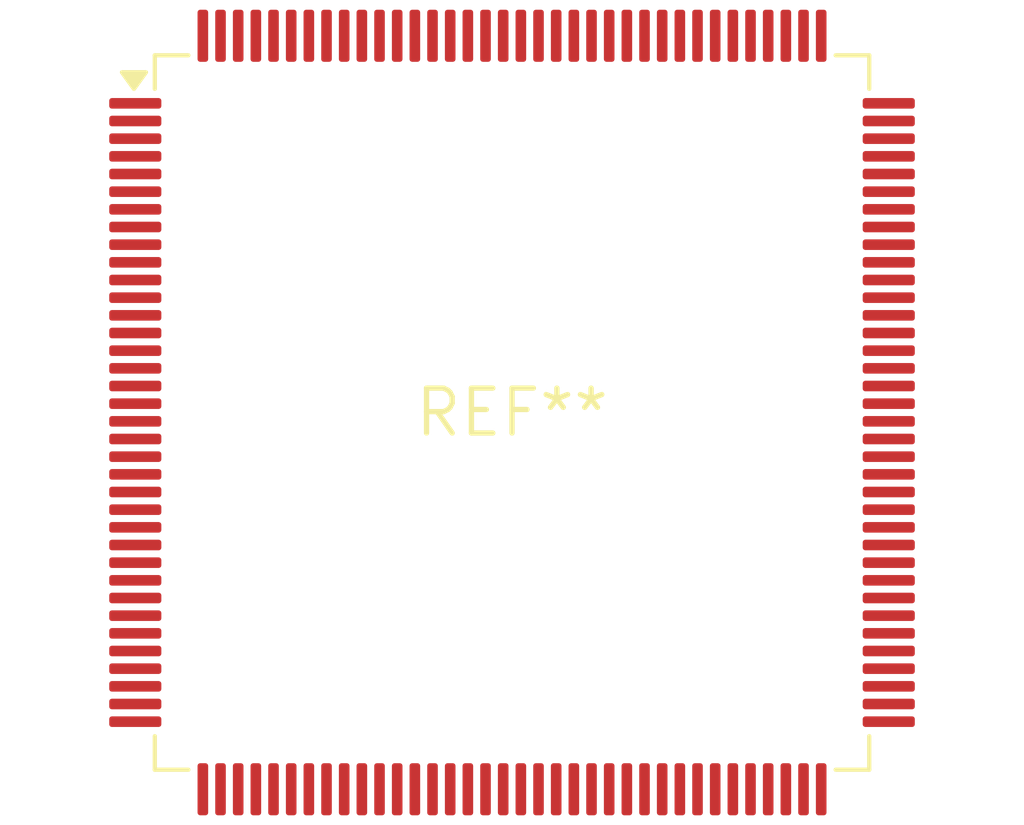
<source format=kicad_pcb>
(kicad_pcb (version 20240108) (generator pcbnew)
  (layers (0 "F.Cu" signal) (31 "B.Cu" signal) (34 "B.Paste" user) (35 "F.Paste" user) (36 "B.SilkS" user "B.Silkscreen") (37 "F.SilkS" user "F.Silkscreen") (38 "B.Mask" user) (39 "F.Mask" user) (44 "Edge.Cuts" user))
  (net 0 "")
  (footprint "LQFP-144_20x20mm_P0.5mm" (layer "F.Cu") (at 0 0)
    (property "Reference" "REF**")
    (property "Value" "LQFP-144_20x20mm_P0.5mm")
    (fp_line (start -10.11 -10.11) (end -10.11 -9.16) (layer "F.SilkS") (stroke (width 0.12)))
    (fp_line (start -10.11 10.11) (end -10.11 9.16) (layer "F.SilkS") (stroke (width 0.12)))
    (fp_line (start -9.16 -10.11) (end -10.11 -10.11) (layer "F.SilkS") (stroke (width 0.12)))
    (fp_line (start -9.16 10.11) (end -10.11 10.11) (layer "F.SilkS") (stroke (width 0.12)))
    (fp_line (start 9.16 -10.11) (end 10.11 -10.11) (layer "F.SilkS") (stroke (width 0.12)))
    (fp_line (start 9.16 10.11) (end 10.11 10.11) (layer "F.SilkS") (stroke (width 0.12)))
    (fp_line (start 10.11 -10.11) (end 10.11 -9.16) (layer "F.SilkS") (stroke (width 0.12)))
    (fp_line (start 10.11 10.11) (end 10.11 9.16) (layer "F.SilkS") (stroke (width 0.12)))
    (fp_poly (pts (xy -10.7 -9.16) (xy -11.04 -9.63) (xy -10.36 -9.63) (xy -10.7 -9.16)) (layer "F.SilkS") (stroke (width 0.12)) (fill solid))
    (pad "1" smd roundrect (at -10.6625 -8.75) (size 1.475 0.3) (layers "F.Cu" "F.Paste" "F.Mask"))
    (pad "2" smd roundrect (at -10.6625 -8.25) (size 1.475 0.3) (layers "F.Cu" "F.Paste" "F.Mask"))
    (pad "3" smd roundrect (at -10.6625 -7.75) (size 1.475 0.3) (layers "F.Cu" "F.Paste" "F.Mask"))
    (pad "4" smd roundrect (at -10.6625 -7.25) (size 1.475 0.3) (layers "F.Cu" "F.Paste" "F.Mask"))
    (pad "5" smd roundrect (at -10.6625 -6.75) (size 1.475 0.3) (layers "F.Cu" "F.Paste" "F.Mask"))
    (pad "6" smd roundrect (at -10.6625 -6.25) (size 1.475 0.3) (layers "F.Cu" "F.Paste" "F.Mask"))
    (pad "7" smd roundrect (at -10.6625 -5.75) (size 1.475 0.3) (layers "F.Cu" "F.Paste" "F.Mask"))
    (pad "8" smd roundrect (at -10.6625 -5.25) (size 1.475 0.3) (layers "F.Cu" "F.Paste" "F.Mask"))
    (pad "9" smd roundrect (at -10.6625 -4.75) (size 1.475 0.3) (layers "F.Cu" "F.Paste" "F.Mask"))
    (pad "10" smd roundrect (at -10.6625 -4.25) (size 1.475 0.3) (layers "F.Cu" "F.Paste" "F.Mask"))
    (pad "11" smd roundrect (at -10.6625 -3.75) (size 1.475 0.3) (layers "F.Cu" "F.Paste" "F.Mask"))
    (pad "12" smd roundrect (at -10.6625 -3.25) (size 1.475 0.3) (layers "F.Cu" "F.Paste" "F.Mask"))
    (pad "13" smd roundrect (at -10.6625 -2.75) (size 1.475 0.3) (layers "F.Cu" "F.Paste" "F.Mask"))
    (pad "14" smd roundrect (at -10.6625 -2.25) (size 1.475 0.3) (layers "F.Cu" "F.Paste" "F.Mask"))
    (pad "15" smd roundrect (at -10.6625 -1.75) (size 1.475 0.3) (layers "F.Cu" "F.Paste" "F.Mask"))
    (pad "16" smd roundrect (at -10.6625 -1.25) (size 1.475 0.3) (layers "F.Cu" "F.Paste" "F.Mask"))
    (pad "17" smd roundrect (at -10.6625 -0.75) (size 1.475 0.3) (layers "F.Cu" "F.Paste" "F.Mask"))
    (pad "18" smd roundrect (at -10.6625 -0.25) (size 1.475 0.3) (layers "F.Cu" "F.Paste" "F.Mask"))
    (pad "19" smd roundrect (at -10.6625 0.25) (size 1.475 0.3) (layers "F.Cu" "F.Paste" "F.Mask"))
    (pad "20" smd roundrect (at -10.6625 0.75) (size 1.475 0.3) (layers "F.Cu" "F.Paste" "F.Mask"))
    (pad "21" smd roundrect (at -10.6625 1.25) (size 1.475 0.3) (layers "F.Cu" "F.Paste" "F.Mask"))
    (pad "22" smd roundrect (at -10.6625 1.75) (size 1.475 0.3) (layers "F.Cu" "F.Paste" "F.Mask"))
    (pad "23" smd roundrect (at -10.6625 2.25) (size 1.475 0.3) (layers "F.Cu" "F.Paste" "F.Mask"))
    (pad "24" smd roundrect (at -10.6625 2.75) (size 1.475 0.3) (layers "F.Cu" "F.Paste" "F.Mask"))
    (pad "25" smd roundrect (at -10.6625 3.25) (size 1.475 0.3) (layers "F.Cu" "F.Paste" "F.Mask"))
    (pad "26" smd roundrect (at -10.6625 3.75) (size 1.475 0.3) (layers "F.Cu" "F.Paste" "F.Mask"))
    (pad "27" smd roundrect (at -10.6625 4.25) (size 1.475 0.3) (layers "F.Cu" "F.Paste" "F.Mask"))
    (pad "28" smd roundrect (at -10.6625 4.75) (size 1.475 0.3) (layers "F.Cu" "F.Paste" "F.Mask"))
    (pad "29" smd roundrect (at -10.6625 5.25) (size 1.475 0.3) (layers "F.Cu" "F.Paste" "F.Mask"))
    (pad "30" smd roundrect (at -10.6625 5.75) (size 1.475 0.3) (layers "F.Cu" "F.Paste" "F.Mask"))
    (pad "31" smd roundrect (at -10.6625 6.25) (size 1.475 0.3) (layers "F.Cu" "F.Paste" "F.Mask"))
    (pad "32" smd roundrect (at -10.6625 6.75) (size 1.475 0.3) (layers "F.Cu" "F.Paste" "F.Mask"))
    (pad "33" smd roundrect (at -10.6625 7.25) (size 1.475 0.3) (layers "F.Cu" "F.Paste" "F.Mask"))
    (pad "34" smd roundrect (at -10.6625 7.75) (size 1.475 0.3) (layers "F.Cu" "F.Paste" "F.Mask"))
    (pad "35" smd roundrect (at -10.6625 8.25) (size 1.475 0.3) (layers "F.Cu" "F.Paste" "F.Mask"))
    (pad "36" smd roundrect (at -10.6625 8.75) (size 1.475 0.3) (layers "F.Cu" "F.Paste" "F.Mask"))
    (pad "37" smd roundrect (at -8.75 10.6625) (size 0.3 1.475) (layers "F.Cu" "F.Paste" "F.Mask"))
    (pad "38" smd roundrect (at -8.25 10.6625) (size 0.3 1.475) (layers "F.Cu" "F.Paste" "F.Mask"))
    (pad "39" smd roundrect (at -7.75 10.6625) (size 0.3 1.475) (layers "F.Cu" "F.Paste" "F.Mask"))
    (pad "40" smd roundrect (at -7.25 10.6625) (size 0.3 1.475) (layers "F.Cu" "F.Paste" "F.Mask"))
    (pad "41" smd roundrect (at -6.75 10.6625) (size 0.3 1.475) (layers "F.Cu" "F.Paste" "F.Mask"))
    (pad "42" smd roundrect (at -6.25 10.6625) (size 0.3 1.475) (layers "F.Cu" "F.Paste" "F.Mask"))
    (pad "43" smd roundrect (at -5.75 10.6625) (size 0.3 1.475) (layers "F.Cu" "F.Paste" "F.Mask"))
    (pad "44" smd roundrect (at -5.25 10.6625) (size 0.3 1.475) (layers "F.Cu" "F.Paste" "F.Mask"))
    (pad "45" smd roundrect (at -4.75 10.6625) (size 0.3 1.475) (layers "F.Cu" "F.Paste" "F.Mask"))
    (pad "46" smd roundrect (at -4.25 10.6625) (size 0.3 1.475) (layers "F.Cu" "F.Paste" "F.Mask"))
    (pad "47" smd roundrect (at -3.75 10.6625) (size 0.3 1.475) (layers "F.Cu" "F.Paste" "F.Mask"))
    (pad "48" smd roundrect (at -3.25 10.6625) (size 0.3 1.475) (layers "F.Cu" "F.Paste" "F.Mask"))
    (pad "49" smd roundrect (at -2.75 10.6625) (size 0.3 1.475) (layers "F.Cu" "F.Paste" "F.Mask"))
    (pad "50" smd roundrect (at -2.25 10.6625) (size 0.3 1.475) (layers "F.Cu" "F.Paste" "F.Mask"))
    (pad "51" smd roundrect (at -1.75 10.6625) (size 0.3 1.475) (layers "F.Cu" "F.Paste" "F.Mask"))
    (pad "52" smd roundrect (at -1.25 10.6625) (size 0.3 1.475) (layers "F.Cu" "F.Paste" "F.Mask"))
    (pad "53" smd roundrect (at -0.75 10.6625) (size 0.3 1.475) (layers "F.Cu" "F.Paste" "F.Mask"))
    (pad "54" smd roundrect (at -0.25 10.6625) (size 0.3 1.475) (layers "F.Cu" "F.Paste" "F.Mask"))
    (pad "55" smd roundrect (at 0.25 10.6625) (size 0.3 1.475) (layers "F.Cu" "F.Paste" "F.Mask"))
    (pad "56" smd roundrect (at 0.75 10.6625) (size 0.3 1.475) (layers "F.Cu" "F.Paste" "F.Mask"))
    (pad "57" smd roundrect (at 1.25 10.6625) (size 0.3 1.475) (layers "F.Cu" "F.Paste" "F.Mask"))
    (pad "58" smd roundrect (at 1.75 10.6625) (size 0.3 1.475) (layers "F.Cu" "F.Paste" "F.Mask"))
    (pad "59" smd roundrect (at 2.25 10.6625) (size 0.3 1.475) (layers "F.Cu" "F.Paste" "F.Mask"))
    (pad "60" smd roundrect (at 2.75 10.6625) (size 0.3 1.475) (layers "F.Cu" "F.Paste" "F.Mask"))
    (pad "61" smd roundrect (at 3.25 10.6625) (size 0.3 1.475) (layers "F.Cu" "F.Paste" "F.Mask"))
    (pad "62" smd roundrect (at 3.75 10.6625) (size 0.3 1.475) (layers "F.Cu" "F.Paste" "F.Mask"))
    (pad "63" smd roundrect (at 4.25 10.6625) (size 0.3 1.475) (layers "F.Cu" "F.Paste" "F.Mask"))
    (pad "64" smd roundrect (at 4.75 10.6625) (size 0.3 1.475) (layers "F.Cu" "F.Paste" "F.Mask"))
    (pad "65" smd roundrect (at 5.25 10.6625) (size 0.3 1.475) (layers "F.Cu" "F.Paste" "F.Mask"))
    (pad "66" smd roundrect (at 5.75 10.6625) (size 0.3 1.475) (layers "F.Cu" "F.Paste" "F.Mask"))
    (pad "67" smd roundrect (at 6.25 10.6625) (size 0.3 1.475) (layers "F.Cu" "F.Paste" "F.Mask"))
    (pad "68" smd roundrect (at 6.75 10.6625) (size 0.3 1.475) (layers "F.Cu" "F.Paste" "F.Mask"))
    (pad "69" smd roundrect (at 7.25 10.6625) (size 0.3 1.475) (layers "F.Cu" "F.Paste" "F.Mask"))
    (pad "70" smd roundrect (at 7.75 10.6625) (size 0.3 1.475) (layers "F.Cu" "F.Paste" "F.Mask"))
    (pad "71" smd roundrect (at 8.25 10.6625) (size 0.3 1.475) (layers "F.Cu" "F.Paste" "F.Mask"))
    (pad "72" smd roundrect (at 8.75 10.6625) (size 0.3 1.475) (layers "F.Cu" "F.Paste" "F.Mask"))
    (pad "73" smd roundrect (at 10.6625 8.75) (size 1.475 0.3) (layers "F.Cu" "F.Paste" "F.Mask"))
    (pad "74" smd roundrect (at 10.6625 8.25) (size 1.475 0.3) (layers "F.Cu" "F.Paste" "F.Mask"))
    (pad "75" smd roundrect (at 10.6625 7.75) (size 1.475 0.3) (layers "F.Cu" "F.Paste" "F.Mask"))
    (pad "76" smd roundrect (at 10.6625 7.25) (size 1.475 0.3) (layers "F.Cu" "F.Paste" "F.Mask"))
    (pad "77" smd roundrect (at 10.6625 6.75) (size 1.475 0.3) (layers "F.Cu" "F.Paste" "F.Mask"))
    (pad "78" smd roundrect (at 10.6625 6.25) (size 1.475 0.3) (layers "F.Cu" "F.Paste" "F.Mask"))
    (pad "79" smd roundrect (at 10.6625 5.75) (size 1.475 0.3) (layers "F.Cu" "F.Paste" "F.Mask"))
    (pad "80" smd roundrect (at 10.6625 5.25) (size 1.475 0.3) (layers "F.Cu" "F.Paste" "F.Mask"))
    (pad "81" smd roundrect (at 10.6625 4.75) (size 1.475 0.3) (layers "F.Cu" "F.Paste" "F.Mask"))
    (pad "82" smd roundrect (at 10.6625 4.25) (size 1.475 0.3) (layers "F.Cu" "F.Paste" "F.Mask"))
    (pad "83" smd roundrect (at 10.6625 3.75) (size 1.475 0.3) (layers "F.Cu" "F.Paste" "F.Mask"))
    (pad "84" smd roundrect (at 10.6625 3.25) (size 1.475 0.3) (layers "F.Cu" "F.Paste" "F.Mask"))
    (pad "85" smd roundrect (at 10.6625 2.75) (size 1.475 0.3) (layers "F.Cu" "F.Paste" "F.Mask"))
    (pad "86" smd roundrect (at 10.6625 2.25) (size 1.475 0.3) (layers "F.Cu" "F.Paste" "F.Mask"))
    (pad "87" smd roundrect (at 10.6625 1.75) (size 1.475 0.3) (layers "F.Cu" "F.Paste" "F.Mask"))
    (pad "88" smd roundrect (at 10.6625 1.25) (size 1.475 0.3) (layers "F.Cu" "F.Paste" "F.Mask"))
    (pad "89" smd roundrect (at 10.6625 0.75) (size 1.475 0.3) (layers "F.Cu" "F.Paste" "F.Mask"))
    (pad "90" smd roundrect (at 10.6625 0.25) (size 1.475 0.3) (layers "F.Cu" "F.Paste" "F.Mask"))
    (pad "91" smd roundrect (at 10.6625 -0.25) (size 1.475 0.3) (layers "F.Cu" "F.Paste" "F.Mask"))
    (pad "92" smd roundrect (at 10.6625 -0.75) (size 1.475 0.3) (layers "F.Cu" "F.Paste" "F.Mask"))
    (pad "93" smd roundrect (at 10.6625 -1.25) (size 1.475 0.3) (layers "F.Cu" "F.Paste" "F.Mask"))
    (pad "94" smd roundrect (at 10.6625 -1.75) (size 1.475 0.3) (layers "F.Cu" "F.Paste" "F.Mask"))
    (pad "95" smd roundrect (at 10.6625 -2.25) (size 1.475 0.3) (layers "F.Cu" "F.Paste" "F.Mask"))
    (pad "96" smd roundrect (at 10.6625 -2.75) (size 1.475 0.3) (layers "F.Cu" "F.Paste" "F.Mask"))
    (pad "97" smd roundrect (at 10.6625 -3.25) (size 1.475 0.3) (layers "F.Cu" "F.Paste" "F.Mask"))
    (pad "98" smd roundrect (at 10.6625 -3.75) (size 1.475 0.3) (layers "F.Cu" "F.Paste" "F.Mask"))
    (pad "99" smd roundrect (at 10.6625 -4.25) (size 1.475 0.3) (layers "F.Cu" "F.Paste" "F.Mask"))
    (pad "100" smd roundrect (at 10.6625 -4.75) (size 1.475 0.3) (layers "F.Cu" "F.Paste" "F.Mask"))
    (pad "101" smd roundrect (at 10.6625 -5.25) (size 1.475 0.3) (layers "F.Cu" "F.Paste" "F.Mask"))
    (pad "102" smd roundrect (at 10.6625 -5.75) (size 1.475 0.3) (layers "F.Cu" "F.Paste" "F.Mask"))
    (pad "103" smd roundrect (at 10.6625 -6.25) (size 1.475 0.3) (layers "F.Cu" "F.Paste" "F.Mask"))
    (pad "104" smd roundrect (at 10.6625 -6.75) (size 1.475 0.3) (layers "F.Cu" "F.Paste" "F.Mask"))
    (pad "105" smd roundrect (at 10.6625 -7.25) (size 1.475 0.3) (layers "F.Cu" "F.Paste" "F.Mask"))
    (pad "106" smd roundrect (at 10.6625 -7.75) (size 1.475 0.3) (layers "F.Cu" "F.Paste" "F.Mask"))
    (pad "107" smd roundrect (at 10.6625 -8.25) (size 1.475 0.3) (layers "F.Cu" "F.Paste" "F.Mask"))
    (pad "108" smd roundrect (at 10.6625 -8.75) (size 1.475 0.3) (layers "F.Cu" "F.Paste" "F.Mask"))
    (pad "109" smd roundrect (at 8.75 -10.6625) (size 0.3 1.475) (layers "F.Cu" "F.Paste" "F.Mask"))
    (pad "110" smd roundrect (at 8.25 -10.6625) (size 0.3 1.475) (layers "F.Cu" "F.Paste" "F.Mask"))
    (pad "111" smd roundrect (at 7.75 -10.6625) (size 0.3 1.475) (layers "F.Cu" "F.Paste" "F.Mask"))
    (pad "112" smd roundrect (at 7.25 -10.6625) (size 0.3 1.475) (layers "F.Cu" "F.Paste" "F.Mask"))
    (pad "113" smd roundrect (at 6.75 -10.6625) (size 0.3 1.475) (layers "F.Cu" "F.Paste" "F.Mask"))
    (pad "114" smd roundrect (at 6.25 -10.6625) (size 0.3 1.475) (layers "F.Cu" "F.Paste" "F.Mask"))
    (pad "115" smd roundrect (at 5.75 -10.6625) (size 0.3 1.475) (layers "F.Cu" "F.Paste" "F.Mask"))
    (pad "116" smd roundrect (at 5.25 -10.6625) (size 0.3 1.475) (layers "F.Cu" "F.Paste" "F.Mask"))
    (pad "117" smd roundrect (at 4.75 -10.6625) (size 0.3 1.475) (layers "F.Cu" "F.Paste" "F.Mask"))
    (pad "118" smd roundrect (at 4.25 -10.6625) (size 0.3 1.475) (layers "F.Cu" "F.Paste" "F.Mask"))
    (pad "119" smd roundrect (at 3.75 -10.6625) (size 0.3 1.475) (layers "F.Cu" "F.Paste" "F.Mask"))
    (pad "120" smd roundrect (at 3.25 -10.6625) (size 0.3 1.475) (layers "F.Cu" "F.Paste" "F.Mask"))
    (pad "121" smd roundrect (at 2.75 -10.6625) (size 0.3 1.475) (layers "F.Cu" "F.Paste" "F.Mask"))
    (pad "122" smd roundrect (at 2.25 -10.6625) (size 0.3 1.475) (layers "F.Cu" "F.Paste" "F.Mask"))
    (pad "123" smd roundrect (at 1.75 -10.6625) (size 0.3 1.475) (layers "F.Cu" "F.Paste" "F.Mask"))
    (pad "124" smd roundrect (at 1.25 -10.6625) (size 0.3 1.475) (layers "F.Cu" "F.Paste" "F.Mask"))
    (pad "125" smd roundrect (at 0.75 -10.6625) (size 0.3 1.475) (layers "F.Cu" "F.Paste" "F.Mask"))
    (pad "126" smd roundrect (at 0.25 -10.6625) (size 0.3 1.475) (layers "F.Cu" "F.Paste" "F.Mask"))
    (pad "127" smd roundrect (at -0.25 -10.6625) (size 0.3 1.475) (layers "F.Cu" "F.Paste" "F.Mask"))
    (pad "128" smd roundrect (at -0.75 -10.6625) (size 0.3 1.475) (layers "F.Cu" "F.Paste" "F.Mask"))
    (pad "129" smd roundrect (at -1.25 -10.6625) (size 0.3 1.475) (layers "F.Cu" "F.Paste" "F.Mask"))
    (pad "130" smd roundrect (at -1.75 -10.6625) (size 0.3 1.475) (layers "F.Cu" "F.Paste" "F.Mask"))
    (pad "131" smd roundrect (at -2.25 -10.6625) (size 0.3 1.475) (layers "F.Cu" "F.Paste" "F.Mask"))
    (pad "132" smd roundrect (at -2.75 -10.6625) (size 0.3 1.475) (layers "F.Cu" "F.Paste" "F.Mask"))
    (pad "133" smd roundrect (at -3.25 -10.6625) (size 0.3 1.475) (layers "F.Cu" "F.Paste" "F.Mask"))
    (pad "134" smd roundrect (at -3.75 -10.6625) (size 0.3 1.475) (layers "F.Cu" "F.Paste" "F.Mask"))
    (pad "135" smd roundrect (at -4.25 -10.6625) (size 0.3 1.475) (layers "F.Cu" "F.Paste" "F.Mask"))
    (pad "136" smd roundrect (at -4.75 -10.6625) (size 0.3 1.475) (layers "F.Cu" "F.Paste" "F.Mask"))
    (pad "137" smd roundrect (at -5.25 -10.6625) (size 0.3 1.475) (layers "F.Cu" "F.Paste" "F.Mask"))
    (pad "138" smd roundrect (at -5.75 -10.6625) (size 0.3 1.475) (layers "F.Cu" "F.Paste" "F.Mask"))
    (pad "139" smd roundrect (at -6.25 -10.6625) (size 0.3 1.475) (layers "F.Cu" "F.Paste" "F.Mask"))
    (pad "140" smd roundrect (at -6.75 -10.6625) (size 0.3 1.475) (layers "F.Cu" "F.Paste" "F.Mask"))
    (pad "141" smd roundrect (at -7.25 -10.6625) (size 0.3 1.475) (layers "F.Cu" "F.Paste" "F.Mask"))
    (pad "142" smd roundrect (at -7.75 -10.6625) (size 0.3 1.475) (layers "F.Cu" "F.Paste" "F.Mask"))
    (pad "143" smd roundrect (at -8.25 -10.6625) (size 0.3 1.475) (layers "F.Cu" "F.Paste" "F.Mask"))
    (pad "144" smd roundrect (at -8.75 -10.6625) (size 0.3 1.475) (layers "F.Cu" "F.Paste" "F.Mask"))
  )
)
</source>
